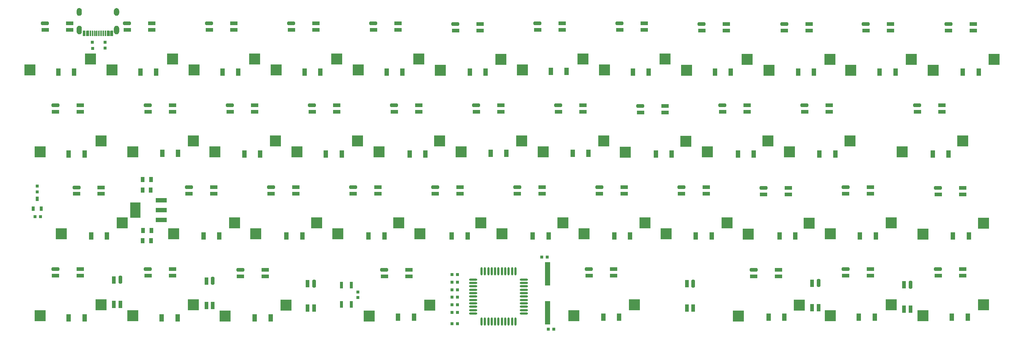
<source format=gbp>
G04*
G04 #@! TF.GenerationSoftware,Altium Limited,Altium Designer,23.0.1 (38)*
G04*
G04 Layer_Color=128*
%FSLAX44Y44*%
%MOMM*%
G71*
G04*
G04 #@! TF.SameCoordinates,415B9E50-699A-4425-B3A7-CA41C988AD1A*
G04*
G04*
G04 #@! TF.FilePolarity,Positive*
G04*
G01*
G75*
%ADD30R,0.8000X1.0000*%
%ADD31R,0.7620X0.7620*%
%ADD32R,0.7620X0.7620*%
%ADD33R,2.5000X1.1000*%
%ADD34R,2.3400X3.6000*%
%ADD35R,0.8890X1.2700*%
%ADD36R,1.3000X5.5000*%
%ADD37R,0.7000X1.5000*%
%ADD38R,1.1176X1.7018*%
%ADD39R,0.9000X1.7000*%
G04:AMPARAMS|DCode=40|XSize=1.8mm|YSize=0.9mm|CornerRadius=0mm|HoleSize=0mm|Usage=FLASHONLY|Rotation=270.000|XOffset=0mm|YOffset=0mm|HoleType=Round|Shape=Octagon|*
%AMOCTAGOND40*
4,1,8,-0.2250,-0.9000,0.2250,-0.9000,0.4500,-0.6750,0.4500,0.6750,0.2250,0.9000,-0.2250,0.9000,-0.4500,0.6750,-0.4500,-0.6750,-0.2250,-0.9000,0.0*
%
%ADD40OCTAGOND40*%

%ADD41O,1.8953X0.4409*%
%ADD42O,0.4409X1.8953*%
%ADD43R,0.3000X1.3000*%
%ADD44R,1.7000X0.9000*%
G04:AMPARAMS|DCode=45|XSize=1.8mm|YSize=0.9mm|CornerRadius=0mm|HoleSize=0mm|Usage=FLASHONLY|Rotation=0.000|XOffset=0mm|YOffset=0mm|HoleType=Round|Shape=Octagon|*
%AMOCTAGOND45*
4,1,8,0.9000,-0.2250,0.9000,0.2250,0.6750,0.4500,-0.6750,0.4500,-0.9000,0.2250,-0.9000,-0.2250,-0.6750,-0.4500,0.6750,-0.4500,0.9000,-0.2250,0.0*
%
%ADD45OCTAGOND45*%

%ADD46R,2.5500X2.5000*%
G36*
X470338Y1064257D02*
Y1051257D01*
X467338D01*
Y1064257D01*
X470338D01*
D02*
G37*
G36*
X472340Y1051257D02*
Y1064257D01*
X475340D01*
Y1051257D01*
X472340D01*
D02*
G37*
G36*
X480338Y1064257D02*
Y1051257D01*
X477338D01*
Y1064257D01*
X480338D01*
D02*
G37*
G36*
X485340Y1064257D02*
Y1051257D01*
X482340D01*
Y1064257D01*
X485340D01*
D02*
G37*
G36*
X457339Y1064257D02*
Y1051257D01*
X454339D01*
X451339Y1051258D01*
Y1064258D01*
X454339D01*
X457339Y1064257D01*
D02*
G37*
G36*
X465339Y1064258D02*
Y1051258D01*
X462339D01*
X459339Y1051258D01*
Y1064258D01*
X462340D01*
X465339Y1064258D01*
D02*
G37*
G36*
X443536Y1055458D02*
X443237Y1055443D01*
X442938D01*
X442639Y1055458D01*
X442342Y1055488D01*
X442046Y1055532D01*
X441753Y1055592D01*
X441463Y1055665D01*
X441177Y1055753D01*
X440896Y1055856D01*
X440620Y1055972D01*
X440350Y1056102D01*
X440088Y1056245D01*
X439832Y1056401D01*
X439585Y1056569D01*
X439347Y1056750D01*
X439118Y1056943D01*
X438898Y1057146D01*
X438689Y1057360D01*
X438491Y1057584D01*
X438305Y1057818D01*
X438130Y1058061D01*
X437968Y1058313D01*
X437818Y1058572D01*
X437682Y1058838D01*
X437559Y1059110D01*
X437450Y1059389D01*
X437354Y1059672D01*
X437273Y1059960D01*
X437207Y1060252D01*
X437155Y1060547D01*
X437118Y1060844D01*
X437095Y1061142D01*
X437088Y1061441D01*
Y1069441D01*
X437095Y1069740D01*
X437118Y1070039D01*
X437155Y1070335D01*
X437207Y1070630D01*
X437273Y1070922D01*
X437354Y1071210D01*
X437450Y1071493D01*
X437559Y1071772D01*
X437682Y1072044D01*
X437818Y1072310D01*
X437968Y1072570D01*
X438130Y1072821D01*
X438305Y1073064D01*
X438491Y1073298D01*
X438689Y1073522D01*
X438898Y1073736D01*
X439118Y1073940D01*
X439347Y1074132D01*
X439585Y1074313D01*
X439832Y1074481D01*
X440088Y1074637D01*
X440350Y1074780D01*
X440620Y1074910D01*
X440896Y1075026D01*
X441177Y1075129D01*
X441463Y1075217D01*
X441753Y1075291D01*
X442046Y1075350D01*
X442342Y1075395D01*
X442639Y1075424D01*
X442938Y1075439D01*
X443237D01*
X443536Y1075424D01*
X443834Y1075395D01*
X444130Y1075350D01*
X444423Y1075291D01*
X444713Y1075217D01*
X444999Y1075129D01*
X445280Y1075026D01*
X445555Y1074910D01*
X445825Y1074780D01*
X446088Y1074637D01*
X446343Y1074481D01*
X446590Y1074313D01*
X446829Y1074132D01*
X447058Y1073940D01*
X447277Y1073736D01*
X447486Y1073522D01*
X447684Y1073298D01*
X447871Y1073064D01*
X448045Y1072821D01*
X448207Y1072570D01*
X448357Y1072310D01*
X448494Y1072044D01*
X448617Y1071772D01*
X448726Y1071493D01*
X448821Y1071210D01*
X448902Y1070922D01*
X448969Y1070630D01*
X449021Y1070335D01*
X449058Y1070039D01*
X449080Y1069740D01*
X449088Y1069441D01*
Y1061441D01*
X449080Y1061142D01*
X449058Y1060844D01*
X449021Y1060547D01*
X448969Y1060252D01*
X448902Y1059960D01*
X448821Y1059672D01*
X448726Y1059389D01*
X448617Y1059110D01*
X448494Y1058838D01*
X448357Y1058572D01*
X448207Y1058313D01*
X448045Y1058061D01*
X447871Y1057818D01*
X447684Y1057584D01*
X447486Y1057360D01*
X447277Y1057146D01*
X447058Y1056943D01*
X446829Y1056750D01*
X446590Y1056569D01*
X446343Y1056401D01*
X446088Y1056245D01*
X445825Y1056102D01*
X445555Y1055972D01*
X445280Y1055856D01*
X444999Y1055753D01*
X444713Y1055665D01*
X444423Y1055592D01*
X444130Y1055532D01*
X443834Y1055488D01*
X443536Y1055458D01*
D02*
G37*
G36*
X442938Y1098442D02*
X442639Y1098457D01*
X442342Y1098486D01*
X442046Y1098531D01*
X441753Y1098590D01*
X441463Y1098664D01*
X441177Y1098752D01*
X440896Y1098855D01*
X440620Y1098971D01*
X440350Y1099101D01*
X440088Y1099244D01*
X439832Y1099400D01*
X439585Y1099568D01*
X439347Y1099749D01*
X439118Y1099941D01*
X438898Y1100145D01*
X438689Y1100359D01*
X438491Y1100583D01*
X438305Y1100817D01*
X438130Y1101060D01*
X437968Y1101311D01*
X437818Y1101571D01*
X437682Y1101837D01*
X437559Y1102109D01*
X437450Y1102388D01*
X437354Y1102671D01*
X437273Y1102959D01*
X437207Y1103251D01*
X437155Y1103546D01*
X437118Y1103843D01*
X437095Y1104141D01*
X437088Y1104440D01*
Y1110440D01*
X437095Y1110739D01*
X437118Y1111037D01*
X437155Y1111334D01*
X437207Y1111629D01*
X437273Y1111921D01*
X437354Y1112209D01*
X437450Y1112492D01*
X437559Y1112771D01*
X437682Y1113043D01*
X437818Y1113309D01*
X437968Y1113568D01*
X438130Y1113820D01*
X438305Y1114063D01*
X438491Y1114297D01*
X438689Y1114521D01*
X438898Y1114735D01*
X439118Y1114939D01*
X439347Y1115131D01*
X439585Y1115312D01*
X439832Y1115480D01*
X440088Y1115636D01*
X440350Y1115779D01*
X440620Y1115909D01*
X440896Y1116025D01*
X441177Y1116128D01*
X441463Y1116216D01*
X441753Y1116290D01*
X442046Y1116349D01*
X442342Y1116394D01*
X442639Y1116423D01*
X442938Y1116438D01*
X443237D01*
X443536Y1116423D01*
X443834Y1116394D01*
X444130Y1116349D01*
X444423Y1116290D01*
X444713Y1116216D01*
X444999Y1116128D01*
X445280Y1116025D01*
X445555Y1115909D01*
X445825Y1115779D01*
X446088Y1115636D01*
X446343Y1115480D01*
X446590Y1115312D01*
X446829Y1115131D01*
X447058Y1114939D01*
X447277Y1114735D01*
X447486Y1114521D01*
X447684Y1114297D01*
X447871Y1114063D01*
X448045Y1113820D01*
X448207Y1113568D01*
X448357Y1113309D01*
X448494Y1113043D01*
X448617Y1112771D01*
X448726Y1112492D01*
X448821Y1112209D01*
X448902Y1111921D01*
X448969Y1111629D01*
X449021Y1111334D01*
X449058Y1111037D01*
X449080Y1110739D01*
X449088Y1110440D01*
Y1104440D01*
X449080Y1104141D01*
X449058Y1103843D01*
X449021Y1103546D01*
X448969Y1103251D01*
X448902Y1102959D01*
X448821Y1102671D01*
X448726Y1102388D01*
X448617Y1102109D01*
X448494Y1101837D01*
X448357Y1101571D01*
X448207Y1101311D01*
X448045Y1101060D01*
X447871Y1100817D01*
X447684Y1100583D01*
X447486Y1100359D01*
X447277Y1100145D01*
X447058Y1099941D01*
X446829Y1099749D01*
X446590Y1099568D01*
X446343Y1099400D01*
X446088Y1099244D01*
X445825Y1099101D01*
X445555Y1098971D01*
X445280Y1098855D01*
X444999Y1098752D01*
X444713Y1098664D01*
X444423Y1098590D01*
X444130Y1098531D01*
X443834Y1098486D01*
X443536Y1098457D01*
X443237Y1098442D01*
X442938D01*
D02*
G37*
G36*
X530038Y1116423D02*
X530336Y1116394D01*
X530632Y1116349D01*
X530925Y1116290D01*
X531215Y1116216D01*
X531501Y1116128D01*
X531782Y1116025D01*
X532058Y1115909D01*
X532327Y1115779D01*
X532590Y1115636D01*
X532845Y1115480D01*
X533092Y1115312D01*
X533331Y1115131D01*
X533560Y1114939D01*
X533779Y1114735D01*
X533988Y1114521D01*
X534186Y1114297D01*
X534373Y1114063D01*
X534547Y1113820D01*
X534710Y1113568D01*
X534859Y1113309D01*
X534996Y1113043D01*
X535119Y1112771D01*
X535228Y1112492D01*
X535323Y1112209D01*
X535405Y1111921D01*
X535471Y1111629D01*
X535523Y1111334D01*
X535560Y1111037D01*
X535583Y1110739D01*
X535590Y1110440D01*
Y1104440D01*
X535583Y1104141D01*
X535560Y1103843D01*
X535523Y1103546D01*
X535471Y1103251D01*
X535405Y1102959D01*
X535323Y1102671D01*
X535228Y1102388D01*
X535119Y1102109D01*
X534996Y1101837D01*
X534859Y1101571D01*
X534710Y1101311D01*
X534547Y1101060D01*
X534373Y1100817D01*
X534186Y1100583D01*
X533988Y1100359D01*
X533779Y1100145D01*
X533560Y1099941D01*
X533331Y1099749D01*
X533092Y1099568D01*
X532845Y1099400D01*
X532590Y1099244D01*
X532327Y1099101D01*
X532058Y1098971D01*
X531782Y1098855D01*
X531501Y1098752D01*
X531215Y1098664D01*
X530925Y1098590D01*
X530632Y1098531D01*
X530336Y1098486D01*
X530038Y1098457D01*
X529740Y1098442D01*
X529440D01*
X529142Y1098457D01*
X528844Y1098486D01*
X528548Y1098531D01*
X528255Y1098590D01*
X527965Y1098664D01*
X527679Y1098752D01*
X527398Y1098855D01*
X527122Y1098971D01*
X526853Y1099101D01*
X526590Y1099244D01*
X526335Y1099400D01*
X526088Y1099568D01*
X525849Y1099749D01*
X525620Y1099941D01*
X525401Y1100145D01*
X525192Y1100359D01*
X524994Y1100583D01*
X524807Y1100817D01*
X524633Y1101060D01*
X524470Y1101311D01*
X524321Y1101571D01*
X524184Y1101837D01*
X524061Y1102109D01*
X523952Y1102388D01*
X523857Y1102671D01*
X523775Y1102959D01*
X523709Y1103251D01*
X523657Y1103546D01*
X523620Y1103843D01*
X523597Y1104141D01*
X523590Y1104440D01*
Y1110440D01*
X523597Y1110739D01*
X523620Y1111037D01*
X523657Y1111334D01*
X523709Y1111629D01*
X523775Y1111921D01*
X523857Y1112209D01*
X523952Y1112492D01*
X524061Y1112771D01*
X524184Y1113043D01*
X524321Y1113309D01*
X524470Y1113568D01*
X524633Y1113820D01*
X524807Y1114063D01*
X524994Y1114297D01*
X525192Y1114521D01*
X525401Y1114735D01*
X525620Y1114939D01*
X525849Y1115131D01*
X526088Y1115312D01*
X526335Y1115480D01*
X526590Y1115636D01*
X526853Y1115779D01*
X527122Y1115909D01*
X527398Y1116025D01*
X527679Y1116128D01*
X527965Y1116216D01*
X528255Y1116290D01*
X528548Y1116349D01*
X528844Y1116394D01*
X529142Y1116423D01*
X529440Y1116438D01*
X529740D01*
X530038Y1116423D01*
D02*
G37*
G36*
Y1075424D02*
X530336Y1075395D01*
X530632Y1075350D01*
X530925Y1075291D01*
X531215Y1075217D01*
X531501Y1075129D01*
X531782Y1075026D01*
X532058Y1074910D01*
X532327Y1074780D01*
X532590Y1074637D01*
X532845Y1074481D01*
X533092Y1074313D01*
X533331Y1074132D01*
X533560Y1073940D01*
X533779Y1073736D01*
X533988Y1073522D01*
X534186Y1073298D01*
X534373Y1073064D01*
X534547Y1072821D01*
X534710Y1072570D01*
X534859Y1072310D01*
X534996Y1072044D01*
X535119Y1071772D01*
X535228Y1071493D01*
X535323Y1071210D01*
X535405Y1070922D01*
X535471Y1070630D01*
X535523Y1070335D01*
X535560Y1070039D01*
X535583Y1069740D01*
X535590Y1069441D01*
Y1061441D01*
X535583Y1061142D01*
X535560Y1060844D01*
X535523Y1060547D01*
X535471Y1060252D01*
X535405Y1059960D01*
X535323Y1059672D01*
X535228Y1059389D01*
X535119Y1059110D01*
X534996Y1058838D01*
X534859Y1058572D01*
X534710Y1058313D01*
X534547Y1058061D01*
X534373Y1057818D01*
X534186Y1057584D01*
X533988Y1057360D01*
X533779Y1057146D01*
X533560Y1056943D01*
X533331Y1056750D01*
X533092Y1056569D01*
X532845Y1056401D01*
X532590Y1056245D01*
X532327Y1056102D01*
X532058Y1055972D01*
X531782Y1055856D01*
X531501Y1055753D01*
X531215Y1055665D01*
X530925Y1055592D01*
X530632Y1055532D01*
X530336Y1055488D01*
X530038Y1055458D01*
X529740Y1055443D01*
X529440D01*
X529142Y1055458D01*
X528844Y1055488D01*
X528548Y1055532D01*
X528255Y1055592D01*
X527965Y1055665D01*
X527679Y1055753D01*
X527398Y1055856D01*
X527122Y1055972D01*
X526853Y1056102D01*
X526590Y1056245D01*
X526335Y1056401D01*
X526088Y1056569D01*
X525849Y1056750D01*
X525620Y1056943D01*
X525401Y1057146D01*
X525192Y1057360D01*
X524994Y1057584D01*
X524807Y1057818D01*
X524633Y1058061D01*
X524470Y1058313D01*
X524321Y1058572D01*
X524184Y1058838D01*
X524061Y1059110D01*
X523952Y1059389D01*
X523857Y1059672D01*
X523775Y1059960D01*
X523709Y1060252D01*
X523657Y1060547D01*
X523620Y1060844D01*
X523597Y1061142D01*
X523590Y1061441D01*
Y1069441D01*
X523597Y1069740D01*
X523620Y1070039D01*
X523657Y1070335D01*
X523709Y1070630D01*
X523775Y1070922D01*
X523857Y1071210D01*
X523952Y1071493D01*
X524061Y1071772D01*
X524184Y1072044D01*
X524321Y1072310D01*
X524470Y1072570D01*
X524633Y1072821D01*
X524807Y1073064D01*
X524994Y1073298D01*
X525192Y1073522D01*
X525401Y1073736D01*
X525620Y1073940D01*
X525849Y1074132D01*
X526088Y1074313D01*
X526335Y1074481D01*
X526590Y1074637D01*
X526853Y1074780D01*
X527122Y1074910D01*
X527398Y1075026D01*
X527679Y1075129D01*
X527965Y1075217D01*
X528255Y1075291D01*
X528548Y1075350D01*
X528844Y1075395D01*
X529142Y1075424D01*
X529440Y1075439D01*
X529740D01*
X530038Y1075424D01*
D02*
G37*
G36*
X505340Y1051257D02*
X502340D01*
Y1064257D01*
X505340D01*
Y1051257D01*
D02*
G37*
G36*
X500336D02*
X497336D01*
Y1064257D01*
X500336D01*
Y1051257D01*
D02*
G37*
G36*
X495340D02*
X492340D01*
Y1064257D01*
X495340D01*
Y1051257D01*
D02*
G37*
G36*
X521339Y1051257D02*
X515339D01*
Y1064256D01*
X521339D01*
Y1051257D01*
D02*
G37*
G36*
X513341D02*
X507340D01*
Y1064256D01*
X513341D01*
Y1051257D01*
D02*
G37*
G36*
X490338D02*
X487338D01*
Y1064257D01*
X490338D01*
Y1051257D01*
D02*
G37*
D30*
X335940Y650170D02*
D03*
X345439Y673170D02*
D03*
X354940Y650170D02*
D03*
D31*
X345439Y689459D02*
D03*
Y702459D02*
D03*
X1089937Y456230D02*
D03*
Y443230D02*
D03*
X473710Y1036828D02*
D03*
X473726Y1022985D02*
D03*
X502920Y1023112D02*
D03*
X502904Y1036955D02*
D03*
D32*
X340209Y631084D02*
D03*
X353209D02*
D03*
X1529080Y537210D02*
D03*
X1516080D02*
D03*
X1531471Y369569D02*
D03*
X1544471D02*
D03*
X1320949Y461664D02*
D03*
X1307949D02*
D03*
X1320949Y444090D02*
D03*
X1307949D02*
D03*
X1321100Y426515D02*
D03*
X1308100D02*
D03*
X1320949Y382271D02*
D03*
X1307949D02*
D03*
X1321100Y408940D02*
D03*
X1308100D02*
D03*
X1320949Y496813D02*
D03*
X1307949D02*
D03*
X1320949Y479239D02*
D03*
X1307949D02*
D03*
D33*
X632950Y669692D02*
D03*
Y646693D02*
D03*
Y623693D02*
D03*
D34*
X573550Y646693D02*
D03*
D35*
X590550Y575310D02*
D03*
X609550D02*
D03*
X591209Y599441D02*
D03*
X610209D02*
D03*
X609550Y717550D02*
D03*
X590550D02*
D03*
X608941Y693419D02*
D03*
X589941D02*
D03*
D36*
X1530350Y498695D02*
D03*
Y407636D02*
D03*
D37*
X1074240Y427080D02*
D03*
Y472080D02*
D03*
X1051740Y427080D02*
D03*
Y472080D02*
D03*
D38*
X1873758Y586740D02*
D03*
X1910842D02*
D03*
X1684528D02*
D03*
X1721612D02*
D03*
X1495298D02*
D03*
X1532382D02*
D03*
X2470658D02*
D03*
X2507742D02*
D03*
X2042668Y397510D02*
D03*
X2079752D02*
D03*
X1659128D02*
D03*
X1696212D02*
D03*
X1182878D02*
D03*
X1219962D02*
D03*
X850138Y396240D02*
D03*
X887222D02*
D03*
X634238D02*
D03*
X671322D02*
D03*
X2468118Y397510D02*
D03*
X2505202D02*
D03*
X418338Y396240D02*
D03*
X455422D02*
D03*
X2252218Y397510D02*
D03*
X2289302D02*
D03*
X923798Y586740D02*
D03*
X960882D02*
D03*
X1114298D02*
D03*
X1151382D02*
D03*
X731266D02*
D03*
X768350D02*
D03*
X470408D02*
D03*
X507492D02*
D03*
X2254758D02*
D03*
X2291842D02*
D03*
X2068068D02*
D03*
X2105152D02*
D03*
X1307338D02*
D03*
X1344422D02*
D03*
X1588008Y778510D02*
D03*
X1625092D02*
D03*
X1209548Y777240D02*
D03*
X1246632D02*
D03*
X1015238D02*
D03*
X1052322D02*
D03*
X826008D02*
D03*
X863092D02*
D03*
X635508Y778510D02*
D03*
X672592D02*
D03*
X418338Y777240D02*
D03*
X455422D02*
D03*
X2423668D02*
D03*
X2460752D02*
D03*
X2160778D02*
D03*
X2197862D02*
D03*
X1971548D02*
D03*
X2008632D02*
D03*
X1397508Y778510D02*
D03*
X1434592D02*
D03*
X1781048Y777240D02*
D03*
X1818132D02*
D03*
X1918208Y967740D02*
D03*
X1955292D02*
D03*
X2111248D02*
D03*
X2148332D02*
D03*
X2300478D02*
D03*
X2337562D02*
D03*
X2493518D02*
D03*
X2530602D02*
D03*
X775208D02*
D03*
X812292D02*
D03*
X1727708D02*
D03*
X1764792D02*
D03*
X584708D02*
D03*
X621792D02*
D03*
X1537208Y969010D02*
D03*
X1574292D02*
D03*
X1156208Y967740D02*
D03*
X1193292D02*
D03*
X1349248D02*
D03*
X1386332D02*
D03*
X965708D02*
D03*
X1002792D02*
D03*
X394208D02*
D03*
X431292D02*
D03*
D39*
X987940Y418540D02*
D03*
X972940D02*
D03*
Y475540D02*
D03*
X753029Y424890D02*
D03*
X738028D02*
D03*
Y481890D02*
D03*
X538399Y427430D02*
D03*
X523399D02*
D03*
Y484430D02*
D03*
X2372279Y416000D02*
D03*
X2357278D02*
D03*
Y473000D02*
D03*
X2158919Y419810D02*
D03*
X2143918D02*
D03*
Y476810D02*
D03*
X1868050Y418540D02*
D03*
X1853050D02*
D03*
Y475540D02*
D03*
D40*
X987940Y476040D02*
D03*
X753029Y482390D02*
D03*
X538399Y484930D02*
D03*
X2372279Y473500D02*
D03*
X2158919Y477310D02*
D03*
X1868050Y476040D02*
D03*
D41*
X1474564Y422148D02*
D03*
X1357536Y430022D02*
D03*
X1474564Y477266D02*
D03*
Y414274D02*
D03*
X1357536Y406400D02*
D03*
Y453644D02*
D03*
Y461518D02*
D03*
Y469392D02*
D03*
Y477266D02*
D03*
Y485140D02*
D03*
X1474564Y430022D02*
D03*
Y437896D02*
D03*
Y445770D02*
D03*
Y453644D02*
D03*
Y461518D02*
D03*
Y469392D02*
D03*
X1357536Y414274D02*
D03*
Y422148D02*
D03*
X1474564Y485140D02*
D03*
Y406400D02*
D03*
X1357536Y445770D02*
D03*
Y437896D02*
D03*
D42*
X1431798Y387256D02*
D03*
X1439672D02*
D03*
Y504284D02*
D03*
X1423924Y387256D02*
D03*
X1376680Y504284D02*
D03*
X1400302Y387256D02*
D03*
X1392428D02*
D03*
X1384554D02*
D03*
X1376680D02*
D03*
X1416050Y504284D02*
D03*
X1423924D02*
D03*
X1431798D02*
D03*
X1392428D02*
D03*
X1400302D02*
D03*
X1408176D02*
D03*
X1447546D02*
D03*
X1455420D02*
D03*
Y387256D02*
D03*
X1416050D02*
D03*
X1447546D02*
D03*
X1408176D02*
D03*
X1384554Y504284D02*
D03*
D43*
X483839Y1057758D02*
D03*
X493839D02*
D03*
X488838D02*
D03*
X478838D02*
D03*
X452839D02*
D03*
X519839D02*
D03*
X516839D02*
D03*
X455839D02*
D03*
X473839D02*
D03*
X503839D02*
D03*
X460840D02*
D03*
X511841D02*
D03*
X508838D02*
D03*
X463840D02*
D03*
X468838D02*
D03*
X498836D02*
D03*
D44*
X388060Y875150D02*
D03*
X2517700Y1079380D02*
D03*
X2445310Y890150D02*
D03*
X437030Y684530D02*
D03*
X1459940Y684650D02*
D03*
X1326440Y699650D02*
D03*
X2436570Y683380D02*
D03*
X2278940Y699650D02*
D03*
X388060Y494150D02*
D03*
X2493570Y698380D02*
D03*
X2221940Y494150D02*
D03*
X2065580Y507880D02*
D03*
X2493570Y509150D02*
D03*
X363930Y1065650D02*
D03*
X2088440Y698380D02*
D03*
X2221940Y684650D02*
D03*
X2031440Y683380D02*
D03*
X1897940Y699650D02*
D03*
X659690Y890150D02*
D03*
X793190Y875150D02*
D03*
X602690D02*
D03*
X445060Y890150D02*
D03*
X874320Y507880D02*
D03*
X1151330Y492880D02*
D03*
X817320D02*
D03*
X659690Y509150D02*
D03*
X1516940Y699650D02*
D03*
X1650440Y684650D02*
D03*
X1135940Y699650D02*
D03*
X1269440Y684650D02*
D03*
X1078940D02*
D03*
X945440Y699650D02*
D03*
X445060Y509150D02*
D03*
X602690Y494150D02*
D03*
X1040690Y890150D02*
D03*
X1174190Y875150D02*
D03*
X983690D02*
D03*
X850190Y890150D02*
D03*
X2278940Y509150D02*
D03*
X2436570Y494150D02*
D03*
X992430Y1080650D02*
D03*
X1125930Y1065650D02*
D03*
X935430D02*
D03*
X801930Y1080650D02*
D03*
X2388310Y875150D02*
D03*
X2183690Y890150D02*
D03*
X420930Y1080650D02*
D03*
X554430Y1065650D02*
D03*
X1231190Y890150D02*
D03*
X1364690Y875150D02*
D03*
X1421690Y890150D02*
D03*
X1555190Y875150D02*
D03*
X1612190Y890150D02*
D03*
X1745690Y873880D02*
D03*
X1944930Y1079380D02*
D03*
X2079700Y1064380D02*
D03*
X1887930D02*
D03*
X1754430Y1080650D02*
D03*
X1802690Y888880D02*
D03*
X1936190Y875150D02*
D03*
X1993190Y890150D02*
D03*
X2126690Y875150D02*
D03*
X2008580Y492880D02*
D03*
X1683310Y509150D02*
D03*
X1840940Y684650D02*
D03*
X1707440Y699650D02*
D03*
X2136700Y1079380D02*
D03*
X2268930Y1064380D02*
D03*
X2325930Y1079380D02*
D03*
X2460700Y1064380D02*
D03*
X611430Y1080650D02*
D03*
X744930Y1065650D02*
D03*
X1182930Y1080650D02*
D03*
X1316430Y1064380D02*
D03*
X494030Y699530D02*
D03*
X697940Y684650D02*
D03*
X1208330Y507880D02*
D03*
X1626310Y494150D02*
D03*
X1373430Y1079380D02*
D03*
X1506930Y1065650D02*
D03*
X1697430D02*
D03*
X1563930Y1080650D02*
D03*
X888440Y684650D02*
D03*
X754940Y699650D02*
D03*
X2088440Y683380D02*
D03*
X659690Y875150D02*
D03*
X874320Y492880D02*
D03*
X1516940Y684650D02*
D03*
X1135940D02*
D03*
X445060Y875150D02*
D03*
Y494150D02*
D03*
X1040690Y875150D02*
D03*
X2278940Y494150D02*
D03*
X992430Y1065650D02*
D03*
X2445310Y875150D02*
D03*
X420930Y1065650D02*
D03*
X1231190Y875150D02*
D03*
X1421690D02*
D03*
X1612190D02*
D03*
X1944930Y1064380D02*
D03*
X1802690Y873880D02*
D03*
X1993190Y875150D02*
D03*
X2183690D02*
D03*
X2065580Y492880D02*
D03*
X1897940Y684650D02*
D03*
X1707440D02*
D03*
X2136700Y1064380D02*
D03*
X2325930D02*
D03*
X611430Y1065650D02*
D03*
X1182930D02*
D03*
X2493570Y494150D02*
D03*
X850190Y875150D02*
D03*
X494030Y684530D02*
D03*
X2493570Y683380D02*
D03*
X1208330Y492880D02*
D03*
X1683310Y494150D02*
D03*
X1373430Y1064380D02*
D03*
X1754430Y1065650D02*
D03*
X2278940Y684650D02*
D03*
X1326440D02*
D03*
X801930Y1065650D02*
D03*
X659690Y494150D02*
D03*
X945440Y684650D02*
D03*
X1563930Y1065650D02*
D03*
X754940Y684650D02*
D03*
X2517700Y1064380D02*
D03*
D45*
X2030940Y698380D02*
D03*
X602190Y890150D02*
D03*
X816820Y507880D02*
D03*
X1459440Y699650D02*
D03*
X1078440D02*
D03*
X387560Y890150D02*
D03*
Y509150D02*
D03*
X983190Y890150D02*
D03*
X2221440Y509150D02*
D03*
X934930Y1080650D02*
D03*
X2387810Y890150D02*
D03*
X363430Y1080650D02*
D03*
X1173690Y890150D02*
D03*
X1364190D02*
D03*
X1554690D02*
D03*
X1887430Y1079380D02*
D03*
X1745190Y888880D02*
D03*
X1935690Y890150D02*
D03*
X2126190D02*
D03*
X2008080Y507880D02*
D03*
X1840440Y699650D02*
D03*
X1649940D02*
D03*
X2079200Y1079380D02*
D03*
X2268430D02*
D03*
X553930Y1080650D02*
D03*
X1125430D02*
D03*
X2436070Y509150D02*
D03*
X792690Y890150D02*
D03*
X436530Y699530D02*
D03*
X2436070Y698380D02*
D03*
X1150830Y507880D02*
D03*
X1625810Y509150D02*
D03*
X1315930Y1079380D02*
D03*
X1696930Y1080650D02*
D03*
X2221440Y699650D02*
D03*
X1268940D02*
D03*
X744430Y1080650D02*
D03*
X602190Y509150D02*
D03*
X887940Y699650D02*
D03*
X1506430Y1080650D02*
D03*
X697440Y699650D02*
D03*
X2460200Y1079380D02*
D03*
D46*
X1040930Y998220D02*
D03*
X469430D02*
D03*
X1993430Y996950D02*
D03*
X2185200D02*
D03*
X2374430D02*
D03*
X659930Y998220D02*
D03*
X1231430D02*
D03*
X1421930Y996950D02*
D03*
X1802930Y998220D02*
D03*
X850430D02*
D03*
X1612430D02*
D03*
X2566200Y996950D02*
D03*
X708190Y807720D02*
D03*
X493560D02*
D03*
X1089190D02*
D03*
X2493810D02*
D03*
X1279690D02*
D03*
X1470190D02*
D03*
X1660690D02*
D03*
X1851190Y806450D02*
D03*
X2041690Y807720D02*
D03*
X2232190D02*
D03*
X898690D02*
D03*
X2136940Y615950D02*
D03*
X1565440Y617220D02*
D03*
X1184440D02*
D03*
X1946440D02*
D03*
X1755940D02*
D03*
X542530Y617100D02*
D03*
X2542070Y615950D02*
D03*
X2327440Y617220D02*
D03*
X1374940D02*
D03*
X993940D02*
D03*
X803440D02*
D03*
X922820Y425450D02*
D03*
X493560Y426720D02*
D03*
X2327440D02*
D03*
X2114080Y425450D02*
D03*
X2542070Y426720D02*
D03*
X1256830Y425450D02*
D03*
X1731810Y426720D02*
D03*
X708190D02*
D03*
X1995940Y590550D02*
D03*
X567190Y782320D02*
D03*
X781820Y400050D02*
D03*
X1424440Y591820D02*
D03*
X1043440D02*
D03*
X352560Y782320D02*
D03*
Y401320D02*
D03*
X328430Y972820D02*
D03*
X518930D02*
D03*
X709430D02*
D03*
X899930D02*
D03*
X1090430D02*
D03*
X1280930Y971550D02*
D03*
X1471430Y972820D02*
D03*
X1661930D02*
D03*
X1852430Y971550D02*
D03*
X2044200D02*
D03*
X2233430D02*
D03*
X2425200D02*
D03*
X757690Y782320D02*
D03*
X948190D02*
D03*
X1138690D02*
D03*
X1329190D02*
D03*
X1519690D02*
D03*
X1710190Y781050D02*
D03*
X1900690Y782320D02*
D03*
X2091190D02*
D03*
X2352810D02*
D03*
X401530Y591700D02*
D03*
X662440Y591820D02*
D03*
X852940D02*
D03*
X1233940D02*
D03*
X1614940D02*
D03*
X1805440D02*
D03*
X2186440D02*
D03*
X2401070Y590550D02*
D03*
X567190Y401320D02*
D03*
X1115830Y400050D02*
D03*
X1590810Y401320D02*
D03*
X1973080Y400050D02*
D03*
X2186440Y401320D02*
D03*
X2401070D02*
D03*
M02*

</source>
